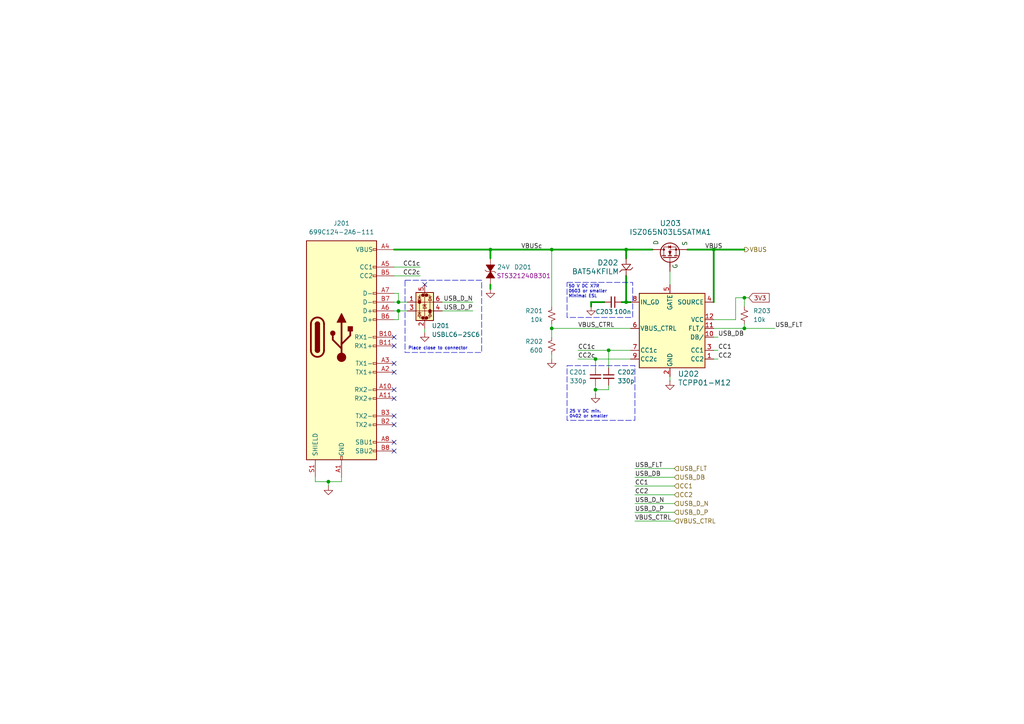
<source format=kicad_sch>
(kicad_sch (version 20250114) (generator "eeschema") (generator_version "9.0")
  (paper "A4")
  (lib_symbols
    (symbol "BAT54KFILM:BAT54KFILM" (pin_numbers (hide yes)) (pin_names (offset 0.254) (hide yes))
      (property "Reference" "D" (at 12.7 7.62 0))
      (property "Value" "BAT54KFILM" (at 4.064 7.62 0))
      (symbol "BAT54KFILM_0_1"
        (polyline (pts (xy 1.1194 1.8962) (xy 1.7544 1.2612)) (stroke (width 0.2032)))
        (polyline (pts (xy 1.27 0) (xy 1.8477 0)))
        (polyline (pts (xy 1.7544 1.2612) (xy 1.7544 -1.2788)) (stroke (width 0.2032)))
        (polyline (pts (xy 1.7544 -0.0088) (xy 3.3117 -1.2732)) (stroke (width 0.2032)))
        (polyline (pts (xy 1.7544 -1.2788) (xy 2.3894 -1.9138)) (stroke (width 0.2032)))
        (polyline (pts (xy 3.3117 1.2269) (xy 1.7544 -0.0088)) (stroke (width 0.2032)))
        (polyline (pts (xy 3.3548 -1.3019) (xy 3.3548 1.2381)) (stroke (width 0.2032)))
        (polyline (pts (xy 3.81 0) (xy 3.3578 0)))
      )
      (symbol "BAT54KFILM_1_1"
        (pin passive line (at 0 0 0) (length 1.27) (name "") (number "1"))
        (pin passive line (at 5.08 0 180) (length 1.27) (name "") (number "2"))
      )
    )
    (symbol "Connector:USB_C_Receptacle" (pin_names (offset 1.016))
      (property "Reference" "J" (at -10.16 29.21 0))
      (property "Value" "USB_C_Receptacle" (at 10.16 29.21 0))
      (symbol "USB_C_Receptacle_0_0"
        (rectangle (start -0.254 -35.56) (end 0.254 -34.544))
        (rectangle (start 10.16 25.654) (end 9.144 25.146))
        (rectangle (start 10.16 20.574) (end 9.144 20.066))
        (rectangle (start 10.16 18.034) (end 9.144 17.526))
        (rectangle (start 10.16 12.954) (end 9.144 12.446))
        (rectangle (start 10.16 10.414) (end 9.144 9.906))
        (rectangle (start 10.16 7.874) (end 9.144 7.366))
        (rectangle (start 10.16 5.334) (end 9.144 4.826))
        (rectangle (start 10.16 0.254) (end 9.144 -0.254))
        (rectangle (start 10.16 -2.286) (end 9.144 -2.794))
        (rectangle (start 10.16 -7.366) (end 9.144 -7.874))
        (rectangle (start 10.16 -9.906) (end 9.144 -10.414))
        (rectangle (start 10.16 -14.986) (end 9.144 -15.494))
        (rectangle (start 10.16 -17.526) (end 9.144 -18.034))
        (rectangle (start 10.16 -22.606) (end 9.144 -23.114))
        (rectangle (start 10.16 -25.146) (end 9.144 -25.654))
        (rectangle (start 10.16 -30.226) (end 9.144 -30.734))
        (rectangle (start 10.16 -32.766) (end 9.144 -33.274))
      )
      (symbol "USB_C_Receptacle_0_1"
        (rectangle (start -10.16 27.94) (end 10.16 -35.56) (stroke (width 0.254)) (fill (type background)))
        (polyline (pts (xy -8.89 -3.81) (xy -8.89 3.81)) (stroke (width 0.508)))
        (rectangle (start -7.62 -3.81) (end -6.35 3.81) (stroke (width 0.254)) (fill (type outline)))
        (arc (start -7.62 3.81) (mid -6.985 4.4423) (end -6.35 3.81) (stroke (width 0.254)))
        (arc (start -7.62 3.81) (mid -6.985 4.4423) (end -6.35 3.81) (stroke (width 0.254)) (fill (type outline)))
        (arc (start -8.89 3.81) (mid -6.985 5.7067) (end -5.08 3.81) (stroke (width 0.508)))
        (arc (start -5.08 -3.81) (mid -6.985 -5.7067) (end -8.89 -3.81) (stroke (width 0.508)))
        (arc (start -6.35 -3.81) (mid -6.985 -4.4423) (end -7.62 -3.81) (stroke (width 0.254)))
        (arc (start -6.35 -3.81) (mid -6.985 -4.4423) (end -7.62 -3.81) (stroke (width 0.254)) (fill (type outline)))
        (polyline (pts (xy -5.08 3.81) (xy -5.08 -3.81)) (stroke (width 0.508)))
      )
      (symbol "USB_C_Receptacle_1_1"
        (circle (center -2.54 1.143) (radius 0.635) (stroke (width 0.254)) (fill (type outline)))
        (polyline (pts (xy -1.27 4.318) (xy 0 6.858) (xy 1.27 4.318) (xy -1.27 4.318)) (stroke (width 0.254)) (fill (type outline)))
        (polyline (pts (xy 0 -2.032) (xy 2.54 0.508) (xy 2.54 1.778)) (stroke (width 0.508)))
        (polyline (pts (xy 0 -3.302) (xy -2.54 -0.762) (xy -2.54 0.508)) (stroke (width 0.508)))
        (polyline (pts (xy 0 -5.842) (xy 0 4.318)) (stroke (width 0.508)))
        (circle (center 0 -5.842) (radius 1.27) (fill (type outline)))
        (rectangle (start 1.905 1.778) (end 3.175 3.048) (stroke (width 0.254)) (fill (type outline)))
        (pin passive line (at -7.62 -40.64 90) (length 5.08) (name "SHIELD") (number "S1"))
        (pin passive line (at 0 -40.64 90) (length 5.08) (name "GND") (number "A1"))
        (pin passive line (at 0 -40.64 90) (length 5.08) (hide yes) (name "GND") (number "A12"))
        (pin passive line (at 0 -40.64 90) (length 5.08) (hide yes) (name "GND") (number "B1"))
        (pin passive line (at 0 -40.64 90) (length 5.08) (hide yes) (name "GND") (number "B12"))
        (pin passive line (at 15.24 25.4 180) (length 5.08) (name "VBUS") (number "A4"))
        (pin passive line (at 15.24 25.4 180) (length 5.08) (hide yes) (name "VBUS") (number "A9"))
        (pin passive line (at 15.24 25.4 180) (length 5.08) (hide yes) (name "VBUS") (number "B4"))
        (pin passive line (at 15.24 25.4 180) (length 5.08) (hide yes) (name "VBUS") (number "B9"))
        (pin bidirectional line (at 15.24 20.32 180) (length 5.08) (name "CC1") (number "A5"))
        (pin bidirectional line (at 15.24 17.78 180) (length 5.08) (name "CC2") (number "B5"))
        (pin bidirectional line (at 15.24 12.7 180) (length 5.08) (name "D-") (number "A7"))
        (pin bidirectional line (at 15.24 10.16 180) (length 5.08) (name "D-") (number "B7"))
        (pin bidirectional line (at 15.24 7.62 180) (length 5.08) (name "D+") (number "A6"))
        (pin bidirectional line (at 15.24 5.08 180) (length 5.08) (name "D+") (number "B6"))
        (pin bidirectional line (at 15.24 0 180) (length 5.08) (name "RX1-") (number "B10"))
        (pin bidirectional line (at 15.24 -2.54 180) (length 5.08) (name "RX1+") (number "B11"))
        (pin bidirectional line (at 15.24 -7.62 180) (length 5.08) (name "TX1-") (number "A3"))
        (pin bidirectional line (at 15.24 -10.16 180) (length 5.08) (name "TX1+") (number "A2"))
        (pin bidirectional line (at 15.24 -15.24 180) (length 5.08) (name "RX2-") (number "A10"))
        (pin bidirectional line (at 15.24 -17.78 180) (length 5.08) (name "RX2+") (number "A11"))
        (pin bidirectional line (at 15.24 -22.86 180) (length 5.08) (name "TX2-") (number "B3"))
        (pin bidirectional line (at 15.24 -25.4 180) (length 5.08) (name "TX2+") (number "B2"))
        (pin bidirectional line (at 15.24 -30.48 180) (length 5.08) (name "SBU1") (number "A8"))
        (pin bidirectional line (at 15.24 -33.02 180) (length 5.08) (name "SBU2") (number "B8"))
      )
    )
    (symbol "Device:C_Small" (pin_numbers (hide yes)) (pin_names (offset 0.254) (hide yes))
      (property "Reference" "C" (at 0.254 1.778 0))
      (property "Value" "C_Small" (at 0.254 -2.032 0))
      (symbol "C_Small_0_1"
        (polyline (pts (xy -1.524 0.508) (xy 1.524 0.508)) (stroke (width 0.3048)))
        (polyline (pts (xy -1.524 -0.508) (xy 1.524 -0.508)) (stroke (width 0.3302)))
      )
      (symbol "C_Small_1_1"
        (pin passive line (at 0 2.54 270) (length 2.032) (name "~") (number "1"))
        (pin passive line (at 0 -2.54 90) (length 2.032) (name "~") (number "2"))
      )
    )
    (symbol "Device:R_Small_US" (pin_numbers (hide yes)) (pin_names (offset 0.254) (hide yes))
      (property "Reference" "R" (at 0.762 0.508 0))
      (property "Value" "R_Small_US" (at 0.762 -1.016 0))
      (symbol "R_Small_US_1_1"
        (polyline (pts (xy 0 1.524) (xy 1.016 1.143) (xy 0 0.762) (xy -1.016 0.381) (xy 0 0)))
        (polyline (pts (xy 0 0) (xy 1.016 -0.381) (xy 0 -0.762) (xy -1.016 -1.143) (xy 0 -1.524)))
        (pin passive line (at 0 2.54 270) (length 1.016) (name "~") (number "1"))
        (pin passive line (at 0 -2.54 90) (length 1.016) (name "~") (number "2"))
      )
    )
    (symbol "ISZ065N03L5SATMA1:ISZ065N03L5SATMA1" (pin_numbers (hide yes)) (pin_names (offset 0.254) (hide yes))
      (property "Reference" "U" (at 21.082 2.794 0))
      (property "Value" "ISZ065N03L5SATMA1" (at 21.082 0.254 0))
      (symbol "ISZ065N03L5SATMA1_0_1"
        (polyline (pts (xy 4.064 1.905) (xy 4.064 -1.905)) (stroke (width 0.254)))
        (polyline (pts (xy 4.064 0) (xy 1.27 0)))
        (polyline (pts (xy 4.572 2.286) (xy 4.572 1.27)) (stroke (width 0.254)))
        (polyline (pts (xy 4.572 0.508) (xy 4.572 -0.508)) (stroke (width 0.254)))
        (polyline (pts (xy 4.572 -1.27) (xy 4.572 -2.286)) (stroke (width 0.254)))
        (polyline (pts (xy 4.572 -1.778) (xy 7.112 -1.778) (xy 7.112 1.778) (xy 4.572 1.778)))
        (polyline (pts (xy 4.826 0) (xy 5.842 0.381) (xy 5.842 -0.381) (xy 4.826 0)) (fill (type outline)))
        (circle (center 5.461 0) (radius 2.794) (stroke (width 0.254)))
        (polyline (pts (xy 6.35 2.54) (xy 6.35 1.778)))
        (circle (center 6.35 1.778) (radius 0.254) (fill (type outline)))
        (circle (center 6.35 -1.778) (radius 0.254) (fill (type outline)))
        (polyline (pts (xy 6.35 -2.54) (xy 6.35 0) (xy 4.572 0)))
        (polyline (pts (xy 7.112 0.381) (xy 6.731 -0.254) (xy 7.493 -0.254) (xy 7.112 0.381)) (fill (type outline)))
      )
      (symbol "ISZ065N03L5SATMA1_1_1"
        (polyline (pts (xy 6.7149 0.4191) (xy 7.5194 0.4191)))
        (text "G" (at 1.524 -1.524 0) (effects (font (size 1.27 1.27))))
        (text "S" (at 8.128 -4.318 0) (effects (font (size 1.27 1.27))))
        (text "D" (at 8.382 4.064 0) (effects (font (size 1.27 1.27))))
        (pin passive line (at 0 0 0) (length 2.54) (name "") (number "4"))
        (pin passive line (at 6.35 5.08 270) (length 2.54) (name "D") (number "5"))
        (pin passive line (at 6.35 5.08 270) (length 2.54) (hide yes) (name "D") (number "6"))
        (pin passive line (at 6.35 5.08 270) (length 2.54) (hide yes) (name "D") (number "7"))
        (pin passive line (at 6.35 5.08 270) (length 2.54) (hide yes) (name "D") (number "8"))
        (pin passive line (at 6.35 -5.08 90) (length 2.54) (name "") (number "1"))
        (pin passive line (at 6.35 -5.08 90) (length 2.54) (hide yes) (name "") (number "2"))
        (pin passive line (at 6.35 -5.08 90) (length 2.54) (hide yes) (name "") (number "3"))
      )
    )
    (symbol "Power_Protection:USBLC6-2SC6" (pin_names (hide yes))
      (property "Reference" "U" (at 0.635 5.715 0))
      (property "Value" "USBLC6-2SC6" (at 0.635 3.81 0))
      (symbol "USBLC6-2SC6_0_0"
        (circle (center -1.524 0) (radius 0.0001) (stroke (width 0.508)))
        (circle (center -0.508 2.032) (radius 0.0001) (stroke (width 0.508)))
        (circle (center -0.508 -4.572) (radius 0.0001) (stroke (width 0.508)))
        (circle (center 0.508 2.032) (radius 0.0001) (stroke (width 0.508)))
        (circle (center 0.508 -4.572) (radius 0.0001) (stroke (width 0.508)))
        (circle (center 1.524 -2.54) (radius 0.0001) (stroke (width 0.508)))
      )
      (symbol "USBLC6-2SC6_0_1"
        (polyline (pts (xy -2.54 0) (xy 2.54 0)))
        (polyline (pts (xy -2.54 -2.54) (xy 2.54 -2.54)))
        (polyline (pts (xy -2.032 0.508) (xy -1.016 0.508) (xy -1.524 1.524) (xy -2.032 0.508)))
        (polyline (pts (xy -2.032 -3.048) (xy -1.016 -3.048)))
        (polyline (pts (xy -1.016 1.524) (xy -2.032 1.524)))
        (polyline (pts (xy -1.016 -4.064) (xy -2.032 -4.064) (xy -1.524 -3.048) (xy -1.016 -4.064)))
        (polyline (pts (xy -0.508 -1.143) (xy -0.508 -0.762) (xy 0.508 -0.762)))
        (polyline (pts (xy 0 2.54) (xy -0.508 2.032) (xy 0.508 2.032) (xy 0 1.524) (xy 0 -4.064) (xy -0.508 -4.572) (xy 0.508 -4.572) (xy 0 -5.08)))
        (polyline (pts (xy 0.508 -1.778) (xy -0.508 -1.778) (xy 0 -0.762) (xy 0.508 -1.778)))
        (polyline (pts (xy 1.016 1.524) (xy 2.032 1.524)))
        (polyline (pts (xy 1.016 -3.048) (xy 2.032 -3.048)))
        (polyline (pts (xy 2.032 0.508) (xy 1.016 0.508) (xy 1.524 1.524) (xy 2.032 0.508)))
        (polyline (pts (xy 2.032 -4.064) (xy 1.016 -4.064) (xy 1.524 -3.048) (xy 2.032 -4.064)))
      )
      (symbol "USBLC6-2SC6_1_1"
        (rectangle (start -2.54 2.794) (end 2.54 -5.334) (stroke (width 0.254)) (fill (type background)))
        (polyline (pts (xy -0.508 2.032) (xy -1.524 2.032) (xy -1.524 -4.572) (xy -0.508 -4.572)))
        (polyline (pts (xy 0.508 -4.572) (xy 1.524 -4.572) (xy 1.524 2.032) (xy 0.508 2.032)))
        (pin passive line (at -5.08 0 0) (length 2.54) (name "I/O1") (number "1"))
        (pin passive line (at -5.08 -2.54 0) (length 2.54) (name "I/O2") (number "3"))
        (pin passive line (at 0 5.08 270) (length 2.54) (name "VBUS") (number "5"))
        (pin passive line (at 0 -7.62 90) (length 2.54) (name "GND") (number "2"))
        (pin passive line (at 5.08 0 180) (length 2.54) (name "I/O1") (number "6"))
        (pin passive line (at 5.08 -2.54 180) (length 2.54) (name "I/O2") (number "4"))
      )
    )
    (symbol "STS321240B301:STS321240B301" (pin_numbers (hide yes))
      (property "Reference" "D" (at 3.81 4.572 0))
      (property "MPN" "STS321240B301" (at 3.556 2.794 0))
      (symbol "STS321240B301_0_1"
        (polyline (pts (xy 3.81 0) (xy 3.8099 1.1653) (xy 3.4009 1.5649)))
        (polyline (pts (xy 3.81 0) (xy 3.8101 -1.1653) (xy 4.2191 -1.5649)))
        (polyline (pts (xy 3.81 0) (xy 1.905 1.27) (xy 1.905 -1.27) (xy 3.81 0)) (fill (type outline)))
        (polyline (pts (xy 3.81 0) (xy 5.715 1.27) (xy 5.715 -1.27) (xy 3.81 0)) (fill (type outline)))
      )
      (symbol "STS321240B301_1_1"
        (pin passive line (at 0 0 0) (length 1.905) (name "") (number "1"))
        (pin passive line (at 7.62 0 180) (length 1.905) (name "") (number "2"))
      )
    )
    (symbol "TCPP01-M12:TCPP01-M12" (pin_names (offset 0.254))
      (property "Reference" "U" (at 21.336 -20.828 0))
      (property "Value" "TCPP01-M12" (at 21.336 -23.368 0))
      (symbol "TCPP01-M12_1_1"
        (rectangle (start 2.54 2.54) (end 21.59 -19.05) (stroke (width 0.254)) (fill (type background)))
        (pin power_out line (at 0 0 0) (length 2.54) (name "IN_GD") (number "8"))
        (pin input line (at 0 -7.62 0) (length 2.54) (name "VBUS_CTRL") (number "6"))
        (pin bidirectional line (at 0 -13.97 0) (length 2.54) (name "CC1c") (number "7"))
        (pin bidirectional line (at 0 -16.51 0) (length 2.54) (name "CC2c") (number "9"))
        (pin output line (at 11.43 5.08 270) (length 2.54) (name "GATE") (number "5"))
        (pin power_out line (at 11.43 -21.59 90) (length 2.54) (hide yes) (name "GND") (number "13"))
        (pin power_out line (at 11.43 -21.59 90) (length 2.54) (name "GND") (number "2"))
        (pin unspecified line (at 24.13 0 180) (length 2.54) (name "SOURCE") (number "4"))
        (pin input line (at 24.13 -5.08 180) (length 2.54) (name "VCC") (number "12"))
        (pin output line (at 24.13 -7.62 180) (length 2.54) (name "FLT/") (number "11"))
        (pin input line (at 24.13 -10.16 180) (length 2.54) (name "DB/") (number "10"))
        (pin bidirectional line (at 24.13 -13.97 180) (length 2.54) (name "CC1") (number "3"))
        (pin bidirectional line (at 24.13 -16.51 180) (length 2.54) (name "CC2") (number "1"))
      )
    )
    (symbol "power:GND" (power) (pin_numbers (hide yes)) (pin_names (offset 0) (hide yes))
      (property "Value" "GND" (at 0 -3.81 0))
      (symbol "GND_0_1"
        (polyline (pts (xy 0 0) (xy 0 -1.27) (xy 1.27 -1.27) (xy 0 -2.54) (xy -1.27 -1.27) (xy 0 -1.27)))
      )
      (symbol "GND_1_1"
        (pin power_in line (at 0 0 270) (length 0) (name "~") (number "1"))
      )
    )
  )
  (rectangle (start 117.475 81.28) (end 139.7 102.235) (stroke (width 0) (type dash)))
  (rectangle (start 164.465 81.915) (end 183.515 92.075) (stroke (width 0) (type dash)))
  (rectangle (start 164.465 106.045) (end 184.15 121.92) (stroke (width 0) (type dash)))
  (text "25 V DC min.\n0402 or smaller" (at 165.1 120.142 0) (effects (font (size 0.889 0.889)) (justify left)))
  (text "50 V DC X7R\n0603 or smaller\nMinimal ESL" (at 164.846 84.582 0) (effects (font (size 0.889 0.889)) (justify left)))
  (text "Place close to connector" (at 118.364 101.092 0) (effects (font (size 0.889 0.889)) (justify left)))
  (junction (at 215.9 95.25))
  (junction (at 215.9 86.36))
  (junction (at 115.57 87.63))
  (junction (at 181.61 87.63))
  (junction (at 176.53 101.6))
  (junction (at 207.01 72.39))
  (junction (at 172.72 113.03))
  (junction (at 160.02 95.25))
  (junction (at 172.72 104.14))
  (junction (at 95.25 139.7))
  (junction (at 142.24 72.39))
  (junction (at 160.02 72.39))
  (junction (at 115.57 90.17))
  (junction (at 181.61 72.39))
  (no_connect (at 114.3 115.57))
  (no_connect (at 114.3 107.95))
  (no_connect (at 114.3 100.33))
  (no_connect (at 114.3 113.03))
  (no_connect (at 114.3 123.19))
  (no_connect (at 114.3 120.65))
  (no_connect (at 114.3 130.81))
  (no_connect (at 114.3 128.27))
  (no_connect (at 123.19 82.55))
  (no_connect (at 114.3 97.79))
  (no_connect (at 114.3 105.41))
  (wire (pts (xy 99.06 138.43) (xy 99.06 139.7)))
  (wire (pts (xy 180.34 87.63) (xy 181.61 87.63)) (stroke (width 0.508)))
  (wire (pts (xy 199.39 72.39) (xy 207.01 72.39)) (stroke (width 0.508)))
  (wire (pts (xy 171.45 87.63) (xy 175.26 87.63)) (stroke (width 0.508)))
  (wire (pts (xy 128.27 90.17) (xy 137.16 90.17)))
  (wire (pts (xy 114.3 77.47) (xy 121.92 77.47)))
  (wire (pts (xy 207.01 97.79) (xy 208.28 97.79)))
  (wire (pts (xy 184.15 151.13) (xy 195.58 151.13)))
  (wire (pts (xy 114.3 85.09) (xy 115.57 85.09)))
  (wire (pts (xy 115.57 92.71) (xy 114.3 92.71)))
  (wire (pts (xy 176.53 101.6) (xy 182.88 101.6)))
  (wire (pts (xy 215.9 86.36) (xy 213.36 86.36)))
  (wire (pts (xy 207.01 104.14) (xy 208.28 104.14)))
  (wire (pts (xy 184.15 146.05) (xy 195.58 146.05)))
  (wire (pts (xy 114.3 87.63) (xy 115.57 87.63)))
  (wire (pts (xy 115.57 85.09) (xy 115.57 87.63)))
  (wire (pts (xy 142.24 72.39) (xy 160.02 72.39)) (stroke (width 0.508)))
  (wire (pts (xy 142.24 72.39) (xy 142.24 74.93)) (stroke (width 0.508)))
  (wire (pts (xy 115.57 90.17) (xy 115.57 92.71)))
  (wire (pts (xy 207.01 72.39) (xy 215.9 72.39)) (stroke (width 0.508)))
  (wire (pts (xy 194.31 78.74) (xy 194.31 82.55)))
  (wire (pts (xy 215.9 86.36) (xy 215.9 88.9)))
  (wire (pts (xy 115.57 87.63) (xy 118.11 87.63)))
  (wire (pts (xy 181.61 72.39) (xy 181.61 74.93)) (stroke (width 0.508)))
  (wire (pts (xy 172.72 104.14) (xy 182.88 104.14)))
  (wire (pts (xy 184.15 140.97) (xy 195.58 140.97)))
  (wire (pts (xy 128.27 87.63) (xy 137.16 87.63)))
  (wire (pts (xy 160.02 95.25) (xy 160.02 97.79)))
  (wire (pts (xy 95.25 139.7) (xy 91.44 139.7)))
  (wire (pts (xy 160.02 95.25) (xy 182.88 95.25)))
  (wire (pts (xy 194.31 109.22) (xy 194.31 110.49)))
  (wire (pts (xy 114.3 90.17) (xy 115.57 90.17)))
  (wire (pts (xy 215.9 95.25) (xy 224.79 95.25)))
  (wire (pts (xy 213.36 86.36) (xy 213.36 92.71)))
  (wire (pts (xy 142.24 82.55) (xy 142.24 83.82)) (stroke (width 0.508)))
  (wire (pts (xy 213.36 92.71) (xy 207.01 92.71)))
  (wire (pts (xy 176.53 111.76) (xy 176.53 113.03)))
  (wire (pts (xy 172.72 113.03) (xy 172.72 114.3)))
  (wire (pts (xy 114.3 72.39) (xy 142.24 72.39)) (stroke (width 0.508)))
  (wire (pts (xy 99.06 139.7) (xy 95.25 139.7)))
  (wire (pts (xy 114.3 80.01) (xy 121.92 80.01)))
  (wire (pts (xy 184.15 138.43) (xy 195.58 138.43)))
  (wire (pts (xy 160.02 93.98) (xy 160.02 95.25)))
  (wire (pts (xy 115.57 90.17) (xy 118.11 90.17)))
  (wire (pts (xy 184.15 148.59) (xy 195.58 148.59)))
  (wire (pts (xy 181.61 80.01) (xy 181.61 87.63)) (stroke (width 0.508)))
  (wire (pts (xy 181.61 87.63) (xy 182.88 87.63)) (stroke (width 0.508)))
  (wire (pts (xy 172.72 104.14) (xy 172.72 106.68)))
  (wire (pts (xy 172.72 113.03) (xy 176.53 113.03)))
  (wire (pts (xy 217.17 86.36) (xy 215.9 86.36)))
  (wire (pts (xy 160.02 72.39) (xy 160.02 88.9)))
  (wire (pts (xy 172.72 111.76) (xy 172.72 113.03)))
  (wire (pts (xy 215.9 93.98) (xy 215.9 95.25)))
  (wire (pts (xy 207.01 87.63) (xy 207.01 72.39)) (stroke (width 0.508)))
  (wire (pts (xy 207.01 95.25) (xy 215.9 95.25)))
  (wire (pts (xy 167.64 101.6) (xy 176.53 101.6)))
  (wire (pts (xy 160.02 72.39) (xy 181.61 72.39)) (stroke (width 0.508)))
  (wire (pts (xy 171.45 88.9) (xy 171.45 87.63)) (stroke (width 0.508)))
  (wire (pts (xy 184.15 143.51) (xy 195.58 143.51)))
  (wire (pts (xy 207.01 101.6) (xy 208.28 101.6)))
  (wire (pts (xy 95.25 139.7) (xy 95.25 140.97)))
  (wire (pts (xy 184.15 135.89) (xy 195.58 135.89)))
  (wire (pts (xy 91.44 139.7) (xy 91.44 138.43)))
  (wire (pts (xy 176.53 101.6) (xy 176.53 106.68)))
  (wire (pts (xy 181.61 72.39) (xy 189.23 72.39)) (stroke (width 0.508)))
  (wire (pts (xy 160.02 102.87) (xy 160.02 104.14)))
  (wire (pts (xy 123.19 95.25) (xy 123.19 96.52)))
  (wire (pts (xy 167.64 104.14) (xy 172.72 104.14)))
  (label "CC1c" (at 167.64 101.6 0))
  (label "USB_FLT" (at 224.79 95.25 0))
  (label "USB_D_P" (at 184.15 148.59 0))
  (label "CC1c" (at 121.92 77.47 180))
  (label "VBUSc" (at 151.13 72.39 0))
  (label "VBUS_CTRL" (at 184.15 151.13 0))
  (label "CC1" (at 184.15 140.97 0))
  (label "CC2c" (at 167.64 104.14 0))
  (label "USB_DB" (at 208.28 97.79 0))
  (label "USB_FLT" (at 184.15 135.89 0))
  (label "USB_D_N" (at 137.16 87.63 180))
  (label "VBUS" (at 204.47 72.39 0))
  (label "CC1" (at 208.28 101.6 0))
  (label "USB_D_N" (at 184.15 146.05 0))
  (label "CC2" (at 208.28 104.14 0))
  (label "CC2c" (at 121.92 80.01 180))
  (label "USB_D_P" (at 137.16 90.17 180))
  (label "VBUS_CTRL" (at 167.64 95.25 0))
  (label "USB_DB" (at 184.15 138.43 0))
  (label "CC2" (at 184.15 143.51 0))
  (global_label "3V3" (shape input) (at 217.17 86.36 0) (property "Intersheetrefs" "${INTERSHEET_REFS}" (effects (hide yes))))
  (hierarchical_label "VBUS_CTRL" (shape input) (at 195.58 151.13 0))
  (hierarchical_label "VBUS" (shape output) (at 215.9 72.39 0))
  (hierarchical_label "USB_D_N" (shape input) (at 195.58 146.05 0))
  (hierarchical_label "CC1" (shape input) (at 195.58 140.97 0))
  (hierarchical_label "USB_DB" (shape input) (at 195.58 138.43 0))
  (hierarchical_label "CC2" (shape input) (at 195.58 143.51 0))
  (hierarchical_label "USB_FLT" (shape input) (at 195.58 135.89 0))
  (hierarchical_label "USB_D_P" (shape input) (at 195.58 148.59 0))
  (symbol (lib_id "Power_Protection:USBLC6-2SC6") (at 123.19 87.63 0) (unit 1)
    (property "Reference" "U201" (at 125.222 94.488 0) (effects (justify left)))
    (property "Value" "USBLC6-2SC6" (at 125.222 97.028 0) (effects (justify left)))
    (property "Footprint" "Package_TO_SOT_SMD:SOT-23-6" (effects (hide yes)))
    (property "Datasheet" "https://www.st.com/resource/en/datasheet/usblc6-2.pdf" (effects (hide yes)))
    (property "Description" "Very low capacitance ESD protection diode, 2 data-line, SOT-23-6" (effects (hide yes)))
  )
  (symbol (lib_id "STS321240B301:STS321240B301") (at 142.24 82.55 270) (mirror x) (unit 1)
    (property "Reference" "D201" (at 149.098 77.47 90) (effects (justify left)))
    (property "Value" "24V" (at 146.05 77.47 90))
    (property "Footprint" "STS321240B301:STS321240B301" (effects (hide yes)))
    (property "Datasheet" "https://www.eaton.com/content/dam/eaton/products/electronic-components/resources/data-sheet/eaton-sts321xxxbxx1-tvs-diode-esd-suppressor-data-sheet.pdf" (effects (hide yes)))
    (property "MPN" "STS321240B301" (at 144.018 80.01 90) (effects (justify left)))
  )
  (symbol (lib_id "power:GND") (at 142.24 83.82 0) (unit 1)
    (property "Reference" "#PWR0203" (effects (hide yes)))
    (property "Value" "GND" (effects (hide yes)))
    (property "Description" "Power symbol creates a global label with name \"GND\" , ground" (effects (hide yes)))
  )
  (symbol (lib_id "power:GND") (at 160.02 104.14 0) (unit 1)
    (property "Reference" "#PWR0204" (effects (hide yes)))
    (property "Value" "GND" (effects (hide yes)))
    (property "Description" "Power symbol creates a global label with name \"GND\" , ground" (effects (hide yes)))
  )
  (symbol (lib_id "Device:C_Small") (at 177.8 87.63 270) (mirror x) (unit 1)
    (property "Reference" "C203" (at 175.26 90.424 90))
    (property "Value" "100n" (at 180.594 90.424 90))
    (property "Description" "Unpolarized capacitor, small symbol" (effects (hide yes)))
  )
  (symbol (lib_id "power:GND") (at 123.19 96.52 0) (unit 1)
    (property "Reference" "#PWR0202" (effects (hide yes)))
    (property "Value" "GND" (effects (hide yes)))
    (property "Description" "Power symbol creates a global label with name \"GND\" , ground" (effects (hide yes)))
  )
  (symbol (lib_id "TCPP01-M12:TCPP01-M12") (at 182.88 87.63 0) (unit 1)
    (property "Reference" "U202" (at 196.596 108.458 0) (effects (font (size 1.524 1.524)) (justify left)))
    (property "Value" "TCPP01-M12" (at 196.596 110.998 0) (effects (font (size 1.524 1.524)) (justify left)))
    (property "Footprint" "QFN12_TCPP01-M12_STM" (effects (hide yes)))
    (property "Datasheet" "TCPP01-M12" (effects (hide yes)))
  )
  (symbol (lib_id "ISZ065N03L5SATMA1:ISZ065N03L5SATMA1") (at 194.31 78.74 90) (unit 1)
    (property "Reference" "U203" (at 194.437 64.77 90) (effects (font (size 1.524 1.524))))
    (property "Value" "ISZ065N03L5SATMA1" (at 194.437 67.31 90) (effects (font (size 1.524 1.524))))
    (property "Footprint" "PG-TSDSON-8-25" (effects (hide yes)))
    (property "Datasheet" "ISZ065N03L5SATMA1" (effects (hide yes)))
  )
  (symbol (lib_id "power:GND") (at 95.25 140.97 0) (unit 1)
    (property "Reference" "#PWR0201" (effects (hide yes)))
    (property "Value" "GND" (effects (hide yes)))
    (property "Description" "Power symbol creates a global label with name \"GND\" , ground" (effects (hide yes)))
  )
  (symbol (lib_id "Device:C_Small") (at 172.72 109.22 0) (unit 1)
    (property "Reference" "C201" (at 170.18 107.9562 0) (effects (justify right)))
    (property "Value" "330p" (at 170.18 110.4962 0) (effects (justify right)))
    (property "Description" "Unpolarized capacitor, small symbol" (effects (hide yes)))
  )
  (symbol (lib_id "Device:R_Small_US") (at 160.02 91.44 0) (mirror y) (unit 1)
    (property "Reference" "R201" (at 157.48 90.1699 0) (effects (justify left)))
    (property "Value" "10k" (at 157.48 92.7099 0) (effects (justify left)))
    (property "Description" "Resistor, small US symbol" (effects (hide yes)))
  )
  (symbol (lib_id "Connector:USB_C_Receptacle") (at 99.06 97.79 0) (unit 1)
    (property "Reference" "J201" (at 99.06 64.77 0))
    (property "Value" "699C124-2A6-111" (at 99.06 67.31 0))
    (property "Datasheet" "https://www.usb.org/sites/default/files/documents/usb_type-c.zip" (effects (hide yes)))
    (property "Description" "USB Full-Featured Type-C Receptacle connector" (effects (hide yes)))
  )
  (symbol (lib_id "Device:R_Small_US") (at 215.9 91.44 0) (unit 1)
    (property "Reference" "R203" (at 218.44 90.1699 0) (effects (justify left)))
    (property "Value" "10k" (at 218.44 92.7099 0) (effects (justify left)))
    (property "Description" "Resistor, small US symbol" (effects (hide yes)))
  )
  (symbol (lib_id "BAT54KFILM:BAT54KFILM") (at 181.61 80.01 90) (unit 1)
    (property "Reference" "D202" (at 173.228 76.2 90) (effects (font (size 1.524 1.524)) (justify right)))
    (property "Value" "BAT54KFILM" (at 165.862 78.74 90) (effects (font (size 1.524 1.524)) (justify right)))
    (property "Footprint" "SOD-523_STM" (effects (hide yes)))
    (property "Datasheet" "BAT54KFILM" (effects (hide yes)))
  )
  (symbol (lib_id "power:GND") (at 171.45 88.9 0) (unit 1)
    (property "Reference" "#PWR0205" (effects (hide yes)))
    (property "Value" "GND" (effects (hide yes)))
    (property "Description" "Power symbol creates a global label with name \"GND\" , ground" (effects (hide yes)))
  )
  (symbol (lib_id "power:GND") (at 194.31 110.49 0) (unit 1)
    (property "Reference" "#PWR0207" (effects (hide yes)))
    (property "Value" "GND" (effects (hide yes)))
    (property "Description" "Power symbol creates a global label with name \"GND\" , ground" (effects (hide yes)))
  )
  (symbol (lib_id "Device:C_Small") (at 176.53 109.22 0) (mirror y) (unit 1)
    (property "Reference" "C202" (at 179.07 107.9562 0) (effects (justify right)))
    (property "Value" "330p" (at 179.07 110.4962 0) (effects (justify right)))
    (property "Description" "Unpolarized capacitor, small symbol" (effects (hide yes)))
  )
  (symbol (lib_id "power:GND") (at 172.72 114.3 0) (unit 1)
    (property "Reference" "#PWR0206" (effects (hide yes)))
    (property "Value" "GND" (effects (hide yes)))
    (property "Description" "Power symbol creates a global label with name \"GND\" , ground" (effects (hide yes)))
  )
  (symbol (lib_id "Device:R_Small_US") (at 160.02 100.33 0) (mirror y) (unit 1)
    (property "Reference" "R202" (at 157.48 99.0599 0) (effects (justify left)))
    (property "Value" "600" (at 157.48 101.5999 0) (effects (justify left)))
    (property "Description" "Resistor, small US symbol" (effects (hide yes)))
  )
)
</source>
